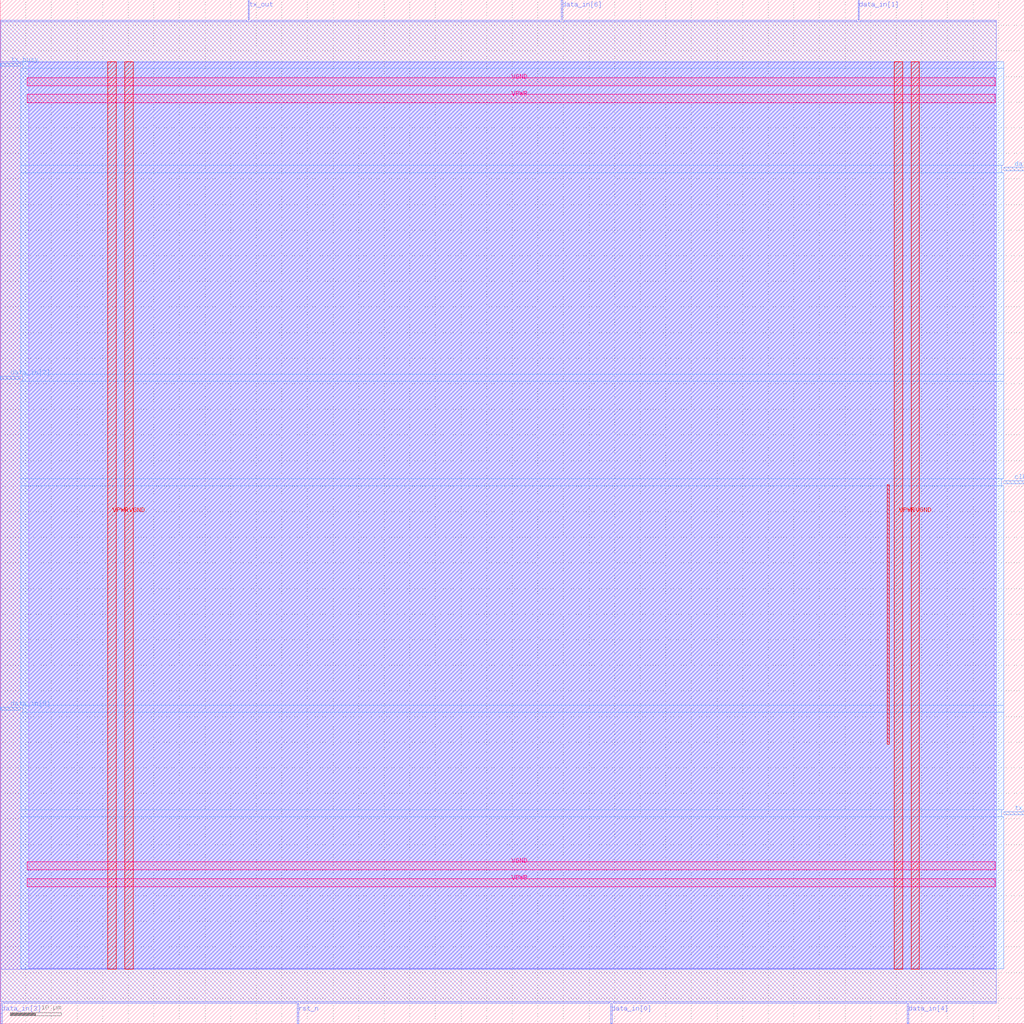
<source format=lef>
VERSION 5.7 ;
  NOWIREEXTENSIONATPIN ON ;
  DIVIDERCHAR "/" ;
  BUSBITCHARS "[]" ;
MACRO uart_tx
  CLASS BLOCK ;
  FOREIGN uart_tx ;
  ORIGIN 0.000 0.000 ;
  SIZE 200.000 BY 200.000 ;
  PIN VGND
    DIRECTION INOUT ;
    USE GROUND ;
    PORT
      LAYER met4 ;
        RECT 24.340 10.640 25.940 187.920 ;
    END
    PORT
      LAYER met4 ;
        RECT 177.940 10.640 179.540 187.920 ;
    END
    PORT
      LAYER met5 ;
        RECT 5.280 30.030 194.360 31.630 ;
    END
    PORT
      LAYER met5 ;
        RECT 5.280 183.210 194.360 184.810 ;
    END
  END VGND
  PIN VPWR
    DIRECTION INOUT ;
    USE POWER ;
    PORT
      LAYER met4 ;
        RECT 21.040 10.640 22.640 187.920 ;
    END
    PORT
      LAYER met4 ;
        RECT 174.640 10.640 176.240 187.920 ;
    END
    PORT
      LAYER met5 ;
        RECT 5.280 26.730 194.360 28.330 ;
    END
    PORT
      LAYER met5 ;
        RECT 5.280 179.910 194.360 181.510 ;
    END
  END VPWR
  PIN clk
    DIRECTION INPUT ;
    USE SIGNAL ;
    ANTENNAGATEAREA 0.852000 ;
    PORT
      LAYER met3 ;
        RECT 196.000 105.440 200.000 106.040 ;
    END
  END clk
  PIN data_in[0]
    DIRECTION INPUT ;
    USE SIGNAL ;
    ANTENNAGATEAREA 0.196500 ;
    PORT
      LAYER met2 ;
        RECT 119.230 0.000 119.510 4.000 ;
    END
  END data_in[0]
  PIN data_in[1]
    DIRECTION INPUT ;
    USE SIGNAL ;
    ANTENNAGATEAREA 0.213000 ;
    PORT
      LAYER met2 ;
        RECT 167.530 196.000 167.810 200.000 ;
    END
  END data_in[1]
  PIN data_in[2]
    DIRECTION INPUT ;
    USE SIGNAL ;
    ANTENNAGATEAREA 0.213000 ;
    PORT
      LAYER met3 ;
        RECT 0.000 125.840 4.000 126.440 ;
    END
  END data_in[2]
  PIN data_in[3]
    DIRECTION INPUT ;
    USE SIGNAL ;
    ANTENNAGATEAREA 0.213000 ;
    PORT
      LAYER met2 ;
        RECT 0.090 0.000 0.370 4.000 ;
    END
  END data_in[3]
  PIN data_in[4]
    DIRECTION INPUT ;
    USE SIGNAL ;
    ANTENNAGATEAREA 0.213000 ;
    PORT
      LAYER met2 ;
        RECT 177.190 0.000 177.470 4.000 ;
    END
  END data_in[4]
  PIN data_in[5]
    DIRECTION INPUT ;
    USE SIGNAL ;
    ANTENNAGATEAREA 0.196500 ;
    PORT
      LAYER met3 ;
        RECT 0.000 61.240 4.000 61.840 ;
    END
  END data_in[5]
  PIN data_in[6]
    DIRECTION INPUT ;
    USE SIGNAL ;
    ANTENNAGATEAREA 0.126000 ;
    PORT
      LAYER met2 ;
        RECT 109.570 196.000 109.850 200.000 ;
    END
  END data_in[6]
  PIN data_in[7]
    DIRECTION INPUT ;
    USE SIGNAL ;
    ANTENNAGATEAREA 0.213000 ;
    PORT
      LAYER met3 ;
        RECT 196.000 166.640 200.000 167.240 ;
    END
  END data_in[7]
  PIN rst_n
    DIRECTION INPUT ;
    USE SIGNAL ;
    ANTENNAGATEAREA 0.213000 ;
    PORT
      LAYER met2 ;
        RECT 58.050 0.000 58.330 4.000 ;
    END
  END rst_n
  PIN tx_busy
    DIRECTION OUTPUT TRISTATE ;
    USE SIGNAL ;
    ANTENNADIFFAREA 0.795200 ;
    PORT
      LAYER met3 ;
        RECT 0.000 187.040 4.000 187.640 ;
    END
  END tx_busy
  PIN tx_out
    DIRECTION OUTPUT TRISTATE ;
    USE SIGNAL ;
    ANTENNADIFFAREA 0.795200 ;
    PORT
      LAYER met2 ;
        RECT 48.390 196.000 48.670 200.000 ;
    END
  END tx_out
  PIN tx_start
    DIRECTION INPUT ;
    USE SIGNAL ;
    ANTENNAGATEAREA 0.213000 ;
    PORT
      LAYER met3 ;
        RECT 196.000 40.840 200.000 41.440 ;
    END
  END tx_start
  OBS
      LAYER li1 ;
        RECT 5.520 10.795 194.120 187.765 ;
      LAYER met1 ;
        RECT 0.070 10.640 194.510 187.920 ;
      LAYER met2 ;
        RECT 0.100 195.720 48.110 196.000 ;
        RECT 48.950 195.720 109.290 196.000 ;
        RECT 110.130 195.720 167.250 196.000 ;
        RECT 168.090 195.720 194.490 196.000 ;
        RECT 0.100 4.280 194.490 195.720 ;
        RECT 0.650 4.000 57.770 4.280 ;
        RECT 58.610 4.000 118.950 4.280 ;
        RECT 119.790 4.000 176.910 4.280 ;
        RECT 177.750 4.000 194.490 4.280 ;
      LAYER met3 ;
        RECT 4.400 186.640 196.000 187.845 ;
        RECT 4.000 167.640 196.000 186.640 ;
        RECT 4.000 166.240 195.600 167.640 ;
        RECT 4.000 126.840 196.000 166.240 ;
        RECT 4.400 125.440 196.000 126.840 ;
        RECT 4.000 106.440 196.000 125.440 ;
        RECT 4.000 105.040 195.600 106.440 ;
        RECT 4.000 62.240 196.000 105.040 ;
        RECT 4.400 60.840 196.000 62.240 ;
        RECT 4.000 41.840 196.000 60.840 ;
        RECT 4.000 40.440 195.600 41.840 ;
        RECT 4.000 10.715 196.000 40.440 ;
      LAYER met4 ;
        RECT 173.255 54.575 173.585 105.225 ;
  END
END uart_tx
END LIBRARY


</source>
